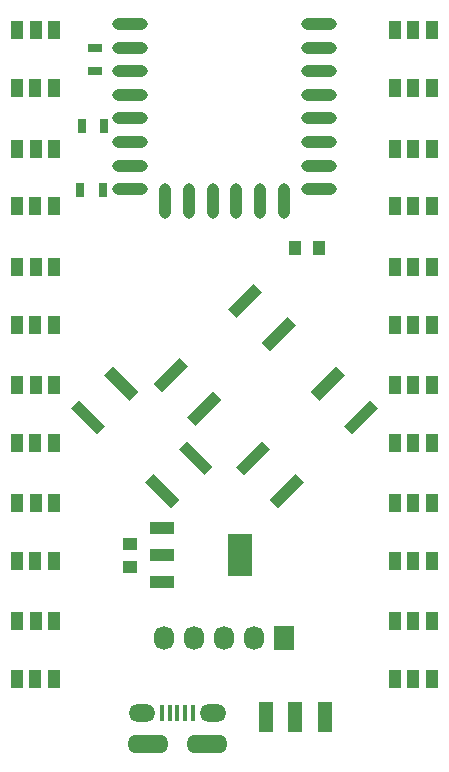
<source format=gtp>
G04 #@! TF.FileFunction,Paste,Top*
%FSLAX46Y46*%
G04 Gerber Fmt 4.6, Leading zero omitted, Abs format (unit mm)*
G04 Created by KiCad (PCBNEW 4.0.2+dfsg1-stable) date Mon 05 Nov 2018 12:17:06 AM EST*
%MOMM*%
G01*
G04 APERTURE LIST*
%ADD10C,0.100000*%
%ADD11R,1.000000X1.250000*%
%ADD12R,1.000000X1.500000*%
%ADD13O,3.000000X1.000000*%
%ADD14O,1.000000X3.000000*%
%ADD15R,1.727200X2.032000*%
%ADD16O,1.727200X2.032000*%
%ADD17R,0.390000X1.350000*%
%ADD18O,3.500000X1.560000*%
%ADD19O,2.250000X1.500000*%
%ADD20R,0.700000X1.300000*%
%ADD21R,1.200000X2.500000*%
%ADD22R,1.300000X0.700000*%
%ADD23R,2.032000X3.657600*%
%ADD24R,2.032000X1.016000*%
%ADD25R,1.250000X1.000000*%
G04 APERTURE END LIST*
D10*
D11*
X119000000Y-90000000D03*
X121000000Y-90000000D03*
D12*
X127400000Y-76450000D03*
X128950000Y-76450000D03*
X130600000Y-76450000D03*
X130600000Y-71550000D03*
X129000000Y-71550000D03*
X127400000Y-71550000D03*
X127400000Y-86450000D03*
X128950000Y-86450000D03*
X130600000Y-86450000D03*
X130600000Y-81550000D03*
X129000000Y-81550000D03*
X127400000Y-81550000D03*
X127400000Y-96450000D03*
X128950000Y-96450000D03*
X130600000Y-96450000D03*
X130600000Y-91550000D03*
X129000000Y-91550000D03*
X127400000Y-91550000D03*
X127400000Y-106450000D03*
X128950000Y-106450000D03*
X130600000Y-106450000D03*
X130600000Y-101550000D03*
X129000000Y-101550000D03*
X127400000Y-101550000D03*
X127400000Y-116450000D03*
X128950000Y-116450000D03*
X130600000Y-116450000D03*
X130600000Y-111550000D03*
X129000000Y-111550000D03*
X127400000Y-111550000D03*
X127400000Y-126450000D03*
X128950000Y-126450000D03*
X130600000Y-126450000D03*
X130600000Y-121550000D03*
X129000000Y-121550000D03*
X127400000Y-121550000D03*
X98600000Y-121550000D03*
X97050000Y-121550000D03*
X95400000Y-121550000D03*
X95400000Y-126450000D03*
X97000000Y-126450000D03*
X98600000Y-126450000D03*
X98600000Y-111550000D03*
X97050000Y-111550000D03*
X95400000Y-111550000D03*
X95400000Y-116450000D03*
X97000000Y-116450000D03*
X98600000Y-116450000D03*
X98600000Y-101550000D03*
X97050000Y-101550000D03*
X95400000Y-101550000D03*
X95400000Y-106450000D03*
X97000000Y-106450000D03*
X98600000Y-106450000D03*
X98600000Y-91550000D03*
X97050000Y-91550000D03*
X95400000Y-91550000D03*
X95400000Y-96450000D03*
X97000000Y-96450000D03*
X98600000Y-96450000D03*
X98600000Y-81550000D03*
X97050000Y-81550000D03*
X95400000Y-81550000D03*
X95400000Y-86450000D03*
X97000000Y-86450000D03*
X98600000Y-86450000D03*
X98600000Y-71550000D03*
X97050000Y-71550000D03*
X95400000Y-71550000D03*
X95400000Y-76450000D03*
X97000000Y-76450000D03*
X98600000Y-76450000D03*
D13*
X105000000Y-71000000D03*
X105000000Y-73000000D03*
X105000000Y-75000000D03*
X105000000Y-77000000D03*
X105000000Y-79000000D03*
X105000000Y-81000000D03*
X105000000Y-83000000D03*
X105000000Y-85000000D03*
D14*
X108000000Y-86000000D03*
X110000000Y-86000000D03*
X112000000Y-86000000D03*
X114000000Y-86000000D03*
X116000000Y-86000000D03*
X118000000Y-86000000D03*
D13*
X121000000Y-85000000D03*
X121000000Y-83000000D03*
X121000000Y-81000000D03*
X121000000Y-79000000D03*
X121000000Y-77000000D03*
X121000000Y-75000000D03*
X121000000Y-73000000D03*
X121000000Y-71000000D03*
D15*
X118000000Y-123000000D03*
D16*
X115460000Y-123000000D03*
X112920000Y-123000000D03*
X110380000Y-123000000D03*
X107840000Y-123000000D03*
D17*
X107700000Y-129300000D03*
X108350000Y-129300000D03*
X109000000Y-129300000D03*
X109650000Y-129300000D03*
X110300000Y-129300000D03*
D18*
X111500000Y-132000000D03*
X106500000Y-132000000D03*
D19*
X112000000Y-129300000D03*
X106000000Y-129300000D03*
D20*
X100930000Y-79610000D03*
X102830000Y-79610000D03*
X100790000Y-85050000D03*
X102690000Y-85050000D03*
D10*
G36*
X107693164Y-102185516D02*
X106986057Y-101478409D01*
X109178088Y-99286378D01*
X109885195Y-99993485D01*
X107693164Y-102185516D01*
X107693164Y-102185516D01*
G37*
G36*
X110521591Y-105013943D02*
X109814484Y-104306836D01*
X112006515Y-102114805D01*
X112713622Y-102821912D01*
X110521591Y-105013943D01*
X110521591Y-105013943D01*
G37*
G36*
X116821912Y-98713622D02*
X116114805Y-98006515D01*
X118306836Y-95814484D01*
X119013943Y-96521591D01*
X116821912Y-98713622D01*
X116821912Y-98713622D01*
G37*
G36*
X113993485Y-95885195D02*
X113286378Y-95178088D01*
X115478409Y-92986057D01*
X116185516Y-93693164D01*
X113993485Y-95885195D01*
X113993485Y-95885195D01*
G37*
G36*
X109185516Y-111306836D02*
X108478409Y-112013943D01*
X106286378Y-109821912D01*
X106993485Y-109114805D01*
X109185516Y-111306836D01*
X109185516Y-111306836D01*
G37*
G36*
X112013943Y-108478409D02*
X111306836Y-109185516D01*
X109114805Y-106993485D01*
X109821912Y-106286378D01*
X112013943Y-108478409D01*
X112013943Y-108478409D01*
G37*
G36*
X105713622Y-102178088D02*
X105006515Y-102885195D01*
X102814484Y-100693164D01*
X103521591Y-99986057D01*
X105713622Y-102178088D01*
X105713622Y-102178088D01*
G37*
G36*
X102885195Y-105006515D02*
X102178088Y-105713622D01*
X99986057Y-103521591D01*
X100693164Y-102814484D01*
X102885195Y-105006515D01*
X102885195Y-105006515D01*
G37*
G36*
X114693164Y-109185516D02*
X113986057Y-108478409D01*
X116178088Y-106286378D01*
X116885195Y-106993485D01*
X114693164Y-109185516D01*
X114693164Y-109185516D01*
G37*
G36*
X117521591Y-112013943D02*
X116814484Y-111306836D01*
X119006515Y-109114805D01*
X119713622Y-109821912D01*
X117521591Y-112013943D01*
X117521591Y-112013943D01*
G37*
G36*
X123821912Y-105713622D02*
X123114805Y-105006515D01*
X125306836Y-102814484D01*
X126013943Y-103521591D01*
X123821912Y-105713622D01*
X123821912Y-105713622D01*
G37*
G36*
X120993485Y-102885195D02*
X120286378Y-102178088D01*
X122478409Y-99986057D01*
X123185516Y-100693164D01*
X120993485Y-102885195D01*
X120993485Y-102885195D01*
G37*
D21*
X116500000Y-129700000D03*
X119000000Y-129700000D03*
X121500000Y-129700000D03*
D22*
X102000000Y-73050000D03*
X102000000Y-74950000D03*
D23*
X114302000Y-116000000D03*
D24*
X107698000Y-116000000D03*
X107698000Y-118286000D03*
X107698000Y-113714000D03*
D25*
X105000000Y-117000000D03*
X105000000Y-115000000D03*
M02*

</source>
